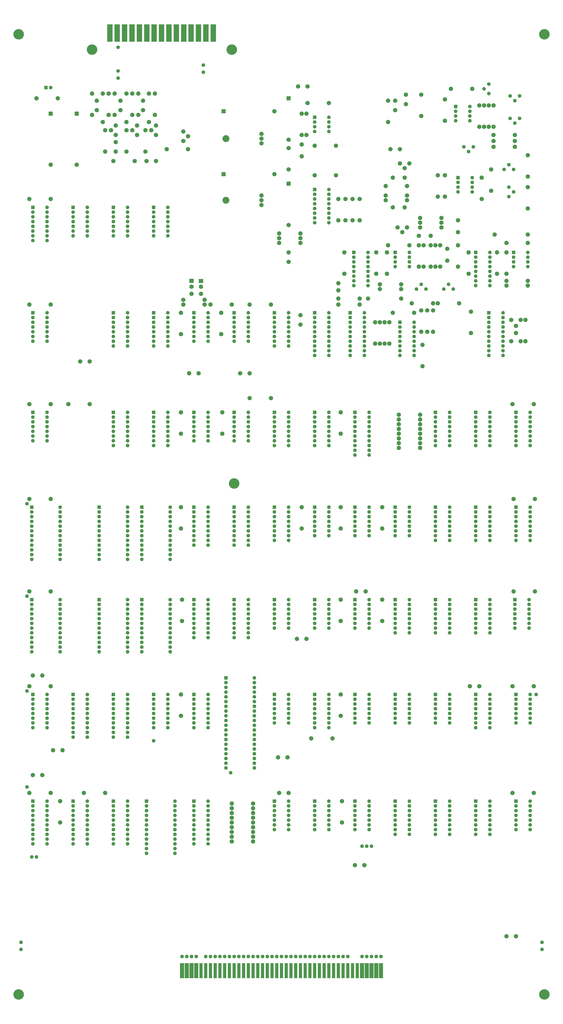
<source format=gbr>
G04 #@! TF.GenerationSoftware,KiCad,Pcbnew,(5.1.5)-3*
G04 #@! TF.CreationDate,2020-11-28T04:10:35-07:00*
G04 #@! TF.ProjectId,Star_Wars_Vector_PCB,53746172-5f57-4617-9273-5f566563746f,rev?*
G04 #@! TF.SameCoordinates,Original*
G04 #@! TF.FileFunction,Soldermask,Top*
G04 #@! TF.FilePolarity,Negative*
%FSLAX46Y46*%
G04 Gerber Fmt 4.6, Leading zero omitted, Abs format (unit mm)*
G04 Created by KiCad (PCBNEW (5.1.5)-3) date 2020-11-28 04:10:35*
%MOMM*%
%LPD*%
G04 APERTURE LIST*
%ADD10C,5.607000*%
%ADD11C,1.924000*%
%ADD12R,1.924000X1.924000*%
%ADD13C,2.305000*%
%ADD14C,0.100000*%
%ADD15R,2.940000X9.290000*%
%ADD16R,2.432000X1.162000*%
%ADD17R,2.305000X2.305000*%
%ADD18C,3.702000*%
G04 APERTURE END LIST*
D10*
X30480000Y-567055000D03*
X312420000Y-567055000D03*
X146050000Y-293370000D03*
X30480000Y-52705000D03*
X69850000Y-60960000D03*
X144780000Y-60960000D03*
X312420000Y-52705000D03*
D11*
X34925000Y-304165000D03*
X34925000Y-353695000D03*
X144145000Y-448310000D03*
X102870000Y-431165000D03*
X307975000Y-406400000D03*
X34925000Y-404495000D03*
X40005000Y-493395000D03*
X37465000Y-493395000D03*
X125730000Y-546735000D03*
X123190000Y-546735000D03*
X219710000Y-487680000D03*
X214630000Y-487680000D03*
X217170000Y-487680000D03*
X214630000Y-546735000D03*
X217170000Y-546735000D03*
X146050000Y-546735000D03*
X148590000Y-546735000D03*
X151130000Y-546735000D03*
X153670000Y-546735000D03*
X156210000Y-546735000D03*
X158750000Y-546735000D03*
X161290000Y-546735000D03*
X163830000Y-546735000D03*
X166370000Y-546735000D03*
X168910000Y-546735000D03*
X171450000Y-546735000D03*
X173990000Y-546735000D03*
X176530000Y-546735000D03*
X179070000Y-546735000D03*
X181610000Y-546735000D03*
X184150000Y-546735000D03*
X143510000Y-546735000D03*
X140970000Y-546735000D03*
X138430000Y-546735000D03*
X135890000Y-546735000D03*
X133350000Y-546735000D03*
X130810000Y-546735000D03*
X186690000Y-546735000D03*
X189230000Y-546735000D03*
X191770000Y-546735000D03*
X194310000Y-546735000D03*
X196850000Y-546735000D03*
X199390000Y-546735000D03*
X201930000Y-546735000D03*
X204470000Y-546735000D03*
X207010000Y-546735000D03*
X34925000Y-455930000D03*
X129540000Y-73025000D03*
X129540000Y-69215000D03*
X83820000Y-59690000D03*
X83820000Y-76200000D03*
X83820000Y-72390000D03*
X219710000Y-546735000D03*
X120650000Y-546735000D03*
X118110000Y-546735000D03*
X31750000Y-542925000D03*
X31750000Y-539115000D03*
X222250000Y-546735000D03*
X224790000Y-546735000D03*
X297180000Y-471170000D03*
X297180000Y-468630000D03*
D12*
X297180000Y-463550000D03*
D11*
X297180000Y-466090000D03*
X297180000Y-473710000D03*
X297180000Y-476250000D03*
X297180000Y-478790000D03*
X304800000Y-478790000D03*
X304800000Y-476250000D03*
X304800000Y-473710000D03*
X304800000Y-471170000D03*
X304800000Y-468630000D03*
X304800000Y-466090000D03*
X304800000Y-463550000D03*
X275590000Y-471170000D03*
X275590000Y-468630000D03*
X275590000Y-466090000D03*
D12*
X275590000Y-463550000D03*
D11*
X275590000Y-473710000D03*
X275590000Y-476250000D03*
X275590000Y-478790000D03*
X275590000Y-481330000D03*
X283210000Y-481330000D03*
X283210000Y-478790000D03*
X283210000Y-476250000D03*
X283210000Y-473710000D03*
X283210000Y-471170000D03*
X283210000Y-468630000D03*
X283210000Y-466090000D03*
X283210000Y-463550000D03*
X254000000Y-471170000D03*
X254000000Y-468630000D03*
X254000000Y-466090000D03*
D12*
X254000000Y-463550000D03*
D11*
X254000000Y-473710000D03*
X254000000Y-476250000D03*
X254000000Y-478790000D03*
X254000000Y-481330000D03*
X261620000Y-481330000D03*
X261620000Y-478790000D03*
X261620000Y-476250000D03*
X261620000Y-473710000D03*
X261620000Y-471170000D03*
X261620000Y-468630000D03*
X261620000Y-466090000D03*
X261620000Y-463550000D03*
X232410000Y-471170000D03*
X232410000Y-468630000D03*
X232410000Y-466090000D03*
D12*
X232410000Y-463550000D03*
D11*
X232410000Y-473710000D03*
X232410000Y-476250000D03*
X232410000Y-478790000D03*
X232410000Y-481330000D03*
X240030000Y-481330000D03*
X240030000Y-478790000D03*
X240030000Y-476250000D03*
X240030000Y-473710000D03*
X240030000Y-471170000D03*
X240030000Y-468630000D03*
X240030000Y-466090000D03*
X240030000Y-463550000D03*
X210820000Y-471170000D03*
X210820000Y-468630000D03*
D12*
X210820000Y-463550000D03*
D11*
X210820000Y-466090000D03*
X210820000Y-473710000D03*
X210820000Y-476250000D03*
X210820000Y-478790000D03*
X218440000Y-478790000D03*
X218440000Y-476250000D03*
X218440000Y-473710000D03*
X218440000Y-471170000D03*
X218440000Y-468630000D03*
X218440000Y-466090000D03*
X218440000Y-463550000D03*
X189230000Y-471170000D03*
X189230000Y-468630000D03*
D12*
X189230000Y-463550000D03*
D11*
X189230000Y-466090000D03*
X189230000Y-473710000D03*
X189230000Y-476250000D03*
X189230000Y-478790000D03*
X196850000Y-478790000D03*
X196850000Y-476250000D03*
X196850000Y-473710000D03*
X196850000Y-471170000D03*
X196850000Y-468630000D03*
X196850000Y-466090000D03*
X196850000Y-463550000D03*
D12*
X124460000Y-463550000D03*
D11*
X124460000Y-466090000D03*
X124460000Y-468630000D03*
X124460000Y-471170000D03*
X124460000Y-473710000D03*
X124460000Y-476250000D03*
X124460000Y-478790000D03*
X124460000Y-481330000D03*
X124460000Y-483870000D03*
X124460000Y-486410000D03*
X132080000Y-486410000D03*
X132080000Y-483870000D03*
X132080000Y-481330000D03*
X132080000Y-478790000D03*
X132080000Y-476250000D03*
X132080000Y-473710000D03*
X132080000Y-471170000D03*
X132080000Y-468630000D03*
X132080000Y-466090000D03*
X132080000Y-463550000D03*
D12*
X99060000Y-463550000D03*
D11*
X99060000Y-466090000D03*
X99060000Y-468630000D03*
X99060000Y-471170000D03*
X99060000Y-473710000D03*
X99060000Y-476250000D03*
X99060000Y-478790000D03*
X99060000Y-481330000D03*
X99060000Y-483870000D03*
X99060000Y-486410000D03*
X99060000Y-488950000D03*
X99060000Y-491490000D03*
X114300000Y-491490000D03*
X114300000Y-488950000D03*
X114300000Y-486410000D03*
X114300000Y-483870000D03*
X114300000Y-481330000D03*
X114300000Y-478790000D03*
X114300000Y-476250000D03*
X114300000Y-473710000D03*
X114300000Y-471170000D03*
X114300000Y-468630000D03*
X114300000Y-466090000D03*
X114300000Y-463550000D03*
D12*
X81280000Y-463550000D03*
D11*
X81280000Y-466090000D03*
X81280000Y-468630000D03*
X81280000Y-471170000D03*
X81280000Y-473710000D03*
X81280000Y-476250000D03*
X81280000Y-478790000D03*
X81280000Y-481330000D03*
X81280000Y-483870000D03*
X81280000Y-486410000D03*
X88900000Y-486410000D03*
X88900000Y-483870000D03*
X88900000Y-481330000D03*
X88900000Y-478790000D03*
X88900000Y-476250000D03*
X88900000Y-473710000D03*
X88900000Y-471170000D03*
X88900000Y-468630000D03*
X88900000Y-466090000D03*
X88900000Y-463550000D03*
D12*
X59690000Y-463550000D03*
D11*
X59690000Y-466090000D03*
X59690000Y-468630000D03*
X59690000Y-471170000D03*
X59690000Y-473710000D03*
X59690000Y-476250000D03*
X59690000Y-478790000D03*
X59690000Y-481330000D03*
X59690000Y-483870000D03*
X59690000Y-486410000D03*
X67310000Y-486410000D03*
X67310000Y-483870000D03*
X67310000Y-481330000D03*
X67310000Y-478790000D03*
X67310000Y-476250000D03*
X67310000Y-473710000D03*
X67310000Y-471170000D03*
X67310000Y-468630000D03*
X67310000Y-466090000D03*
X67310000Y-463550000D03*
D12*
X38100000Y-463550000D03*
D11*
X38100000Y-466090000D03*
X38100000Y-468630000D03*
X38100000Y-471170000D03*
X38100000Y-473710000D03*
X38100000Y-476250000D03*
X38100000Y-478790000D03*
X38100000Y-481330000D03*
X38100000Y-483870000D03*
X38100000Y-486410000D03*
X45720000Y-486410000D03*
X45720000Y-483870000D03*
X45720000Y-481330000D03*
X45720000Y-478790000D03*
X45720000Y-476250000D03*
X45720000Y-473710000D03*
X45720000Y-471170000D03*
X45720000Y-468630000D03*
X45720000Y-466090000D03*
X45720000Y-463550000D03*
X297180000Y-414020000D03*
X297180000Y-411480000D03*
D12*
X297180000Y-406400000D03*
D11*
X297180000Y-408940000D03*
X297180000Y-416560000D03*
X297180000Y-419100000D03*
X297180000Y-421640000D03*
X304800000Y-421640000D03*
X304800000Y-419100000D03*
X304800000Y-416560000D03*
X304800000Y-414020000D03*
X304800000Y-411480000D03*
X304800000Y-408940000D03*
X304800000Y-406400000D03*
X275590000Y-414020000D03*
X275590000Y-411480000D03*
X275590000Y-408940000D03*
D12*
X275590000Y-406400000D03*
D11*
X275590000Y-416560000D03*
X275590000Y-419100000D03*
X275590000Y-421640000D03*
X275590000Y-424180000D03*
X283210000Y-424180000D03*
X283210000Y-421640000D03*
X283210000Y-419100000D03*
X283210000Y-416560000D03*
X283210000Y-414020000D03*
X283210000Y-411480000D03*
X283210000Y-408940000D03*
X283210000Y-406400000D03*
X254000000Y-414020000D03*
X254000000Y-411480000D03*
D12*
X254000000Y-406400000D03*
D11*
X254000000Y-408940000D03*
X254000000Y-416560000D03*
X254000000Y-419100000D03*
X254000000Y-421640000D03*
X261620000Y-421640000D03*
X261620000Y-419100000D03*
X261620000Y-416560000D03*
X261620000Y-414020000D03*
X261620000Y-411480000D03*
X261620000Y-408940000D03*
X261620000Y-406400000D03*
X232410000Y-414020000D03*
X232410000Y-411480000D03*
D12*
X232410000Y-406400000D03*
D11*
X232410000Y-408940000D03*
X232410000Y-416560000D03*
X232410000Y-419100000D03*
X232410000Y-421640000D03*
X240030000Y-421640000D03*
X240030000Y-419100000D03*
X240030000Y-416560000D03*
X240030000Y-414020000D03*
X240030000Y-411480000D03*
X240030000Y-408940000D03*
X240030000Y-406400000D03*
X210820000Y-414020000D03*
X210820000Y-411480000D03*
D12*
X210820000Y-406400000D03*
D11*
X210820000Y-408940000D03*
X210820000Y-416560000D03*
X210820000Y-419100000D03*
X210820000Y-421640000D03*
X218440000Y-421640000D03*
X218440000Y-419100000D03*
X218440000Y-416560000D03*
X218440000Y-414020000D03*
X218440000Y-411480000D03*
X218440000Y-408940000D03*
X218440000Y-406400000D03*
X189230000Y-414020000D03*
X189230000Y-411480000D03*
X189230000Y-408940000D03*
D12*
X189230000Y-406400000D03*
D11*
X189230000Y-416560000D03*
X189230000Y-419100000D03*
X189230000Y-421640000D03*
X189230000Y-424180000D03*
X196850000Y-424180000D03*
X196850000Y-421640000D03*
X196850000Y-419100000D03*
X196850000Y-416560000D03*
X196850000Y-414020000D03*
X196850000Y-411480000D03*
X196850000Y-408940000D03*
X196850000Y-406400000D03*
X167640000Y-414020000D03*
X167640000Y-411480000D03*
D12*
X167640000Y-406400000D03*
D11*
X167640000Y-408940000D03*
X167640000Y-416560000D03*
X167640000Y-419100000D03*
X167640000Y-421640000D03*
X175260000Y-421640000D03*
X175260000Y-419100000D03*
X175260000Y-416560000D03*
X175260000Y-414020000D03*
X175260000Y-411480000D03*
X175260000Y-408940000D03*
X175260000Y-406400000D03*
X156845000Y-427990000D03*
X156845000Y-430530000D03*
X156845000Y-433070000D03*
X156845000Y-435610000D03*
X156845000Y-438150000D03*
X156845000Y-440690000D03*
X156845000Y-443230000D03*
X156845000Y-445770000D03*
X141605000Y-445770000D03*
X141605000Y-443230000D03*
X141605000Y-440690000D03*
X141605000Y-438150000D03*
X141605000Y-435610000D03*
X141605000Y-433070000D03*
X141605000Y-430530000D03*
X141605000Y-427990000D03*
D12*
X141605000Y-397510000D03*
D11*
X141605000Y-400050000D03*
X141605000Y-402590000D03*
X141605000Y-405130000D03*
X141605000Y-407670000D03*
X141605000Y-410210000D03*
X141605000Y-412750000D03*
X141605000Y-415290000D03*
X141605000Y-417830000D03*
X141605000Y-420370000D03*
X141605000Y-422910000D03*
X141605000Y-425450000D03*
X156845000Y-425450000D03*
X156845000Y-422910000D03*
X156845000Y-420370000D03*
X156845000Y-417830000D03*
X156845000Y-415290000D03*
X156845000Y-412750000D03*
X156845000Y-410210000D03*
X156845000Y-407670000D03*
X156845000Y-405130000D03*
X156845000Y-402590000D03*
X156845000Y-400050000D03*
X156845000Y-397510000D03*
X124460000Y-414020000D03*
X124460000Y-411480000D03*
X124460000Y-408940000D03*
D12*
X124460000Y-406400000D03*
D11*
X124460000Y-416560000D03*
X124460000Y-419100000D03*
X124460000Y-421640000D03*
X124460000Y-424180000D03*
X132080000Y-424180000D03*
X132080000Y-421640000D03*
X132080000Y-419100000D03*
X132080000Y-416560000D03*
X132080000Y-414020000D03*
X132080000Y-411480000D03*
X132080000Y-408940000D03*
X132080000Y-406400000D03*
X102870000Y-414020000D03*
X102870000Y-411480000D03*
X102870000Y-408940000D03*
D12*
X102870000Y-406400000D03*
D11*
X102870000Y-416560000D03*
X102870000Y-419100000D03*
X102870000Y-421640000D03*
X102870000Y-424180000D03*
X110490000Y-424180000D03*
X110490000Y-421640000D03*
X110490000Y-419100000D03*
X110490000Y-416560000D03*
X110490000Y-414020000D03*
X110490000Y-411480000D03*
X110490000Y-408940000D03*
X110490000Y-406400000D03*
D12*
X81280000Y-406400000D03*
D11*
X81280000Y-408940000D03*
X81280000Y-411480000D03*
X81280000Y-414020000D03*
X81280000Y-416560000D03*
X81280000Y-419100000D03*
X81280000Y-421640000D03*
X81280000Y-424180000D03*
X81280000Y-426720000D03*
X81280000Y-429260000D03*
X88900000Y-429260000D03*
X88900000Y-426720000D03*
X88900000Y-424180000D03*
X88900000Y-421640000D03*
X88900000Y-419100000D03*
X88900000Y-416560000D03*
X88900000Y-414020000D03*
X88900000Y-411480000D03*
X88900000Y-408940000D03*
X88900000Y-406400000D03*
D12*
X59690000Y-406400000D03*
D11*
X59690000Y-408940000D03*
X59690000Y-411480000D03*
X59690000Y-414020000D03*
X59690000Y-416560000D03*
X59690000Y-419100000D03*
X59690000Y-421640000D03*
X59690000Y-424180000D03*
X59690000Y-426720000D03*
X59690000Y-429260000D03*
X67310000Y-429260000D03*
X67310000Y-426720000D03*
X67310000Y-424180000D03*
X67310000Y-421640000D03*
X67310000Y-419100000D03*
X67310000Y-416560000D03*
X67310000Y-414020000D03*
X67310000Y-411480000D03*
X67310000Y-408940000D03*
X67310000Y-406400000D03*
X38100000Y-414020000D03*
X38100000Y-411480000D03*
X38100000Y-408940000D03*
D12*
X38100000Y-406400000D03*
D11*
X38100000Y-416560000D03*
X38100000Y-419100000D03*
X38100000Y-421640000D03*
X38100000Y-424180000D03*
X45720000Y-424180000D03*
X45720000Y-421640000D03*
X45720000Y-419100000D03*
X45720000Y-416560000D03*
X45720000Y-414020000D03*
X45720000Y-411480000D03*
X45720000Y-408940000D03*
X45720000Y-406400000D03*
X296545000Y-363220000D03*
X296545000Y-360680000D03*
D12*
X296545000Y-355600000D03*
D11*
X296545000Y-358140000D03*
X296545000Y-365760000D03*
X296545000Y-368300000D03*
X296545000Y-370840000D03*
X304165000Y-370840000D03*
X304165000Y-368300000D03*
X304165000Y-365760000D03*
X304165000Y-363220000D03*
X304165000Y-360680000D03*
X304165000Y-358140000D03*
X304165000Y-355600000D03*
X275590000Y-363220000D03*
X275590000Y-360680000D03*
X275590000Y-358140000D03*
D12*
X275590000Y-355600000D03*
D11*
X275590000Y-365760000D03*
X275590000Y-368300000D03*
X275590000Y-370840000D03*
X275590000Y-373380000D03*
X283210000Y-373380000D03*
X283210000Y-370840000D03*
X283210000Y-368300000D03*
X283210000Y-365760000D03*
X283210000Y-363220000D03*
X283210000Y-360680000D03*
X283210000Y-358140000D03*
X283210000Y-355600000D03*
X254000000Y-363220000D03*
X254000000Y-360680000D03*
X254000000Y-358140000D03*
D12*
X254000000Y-355600000D03*
D11*
X254000000Y-365760000D03*
X254000000Y-368300000D03*
X254000000Y-370840000D03*
X254000000Y-373380000D03*
X261620000Y-373380000D03*
X261620000Y-370840000D03*
X261620000Y-368300000D03*
X261620000Y-365760000D03*
X261620000Y-363220000D03*
X261620000Y-360680000D03*
X261620000Y-358140000D03*
X261620000Y-355600000D03*
X232410000Y-363220000D03*
X232410000Y-360680000D03*
X232410000Y-358140000D03*
D12*
X232410000Y-355600000D03*
D11*
X232410000Y-365760000D03*
X232410000Y-368300000D03*
X232410000Y-370840000D03*
X232410000Y-373380000D03*
X240030000Y-373380000D03*
X240030000Y-370840000D03*
X240030000Y-368300000D03*
X240030000Y-365760000D03*
X240030000Y-363220000D03*
X240030000Y-360680000D03*
X240030000Y-358140000D03*
X240030000Y-355600000D03*
X210820000Y-363220000D03*
X210820000Y-360680000D03*
D12*
X210820000Y-355600000D03*
D11*
X210820000Y-358140000D03*
X210820000Y-365760000D03*
X210820000Y-368300000D03*
X210820000Y-370840000D03*
X218440000Y-370840000D03*
X218440000Y-368300000D03*
X218440000Y-365760000D03*
X218440000Y-363220000D03*
X218440000Y-360680000D03*
X218440000Y-358140000D03*
X218440000Y-355600000D03*
X189230000Y-363220000D03*
X189230000Y-360680000D03*
D12*
X189230000Y-355600000D03*
D11*
X189230000Y-358140000D03*
X189230000Y-365760000D03*
X189230000Y-368300000D03*
X189230000Y-370840000D03*
X196850000Y-370840000D03*
X196850000Y-368300000D03*
X196850000Y-365760000D03*
X196850000Y-363220000D03*
X196850000Y-360680000D03*
X196850000Y-358140000D03*
X196850000Y-355600000D03*
X167640000Y-363220000D03*
X167640000Y-360680000D03*
D12*
X167640000Y-355600000D03*
D11*
X167640000Y-358140000D03*
X167640000Y-365760000D03*
X167640000Y-368300000D03*
X167640000Y-370840000D03*
X175260000Y-370840000D03*
X175260000Y-368300000D03*
X175260000Y-365760000D03*
X175260000Y-363220000D03*
X175260000Y-360680000D03*
X175260000Y-358140000D03*
X175260000Y-355600000D03*
X146050000Y-365760000D03*
X146050000Y-363220000D03*
X146050000Y-360680000D03*
X146050000Y-358140000D03*
D12*
X146050000Y-355600000D03*
D11*
X146050000Y-368300000D03*
X146050000Y-370840000D03*
X146050000Y-373380000D03*
X146050000Y-375920000D03*
X153670000Y-375920000D03*
X153670000Y-373380000D03*
X153670000Y-370840000D03*
X153670000Y-368300000D03*
X153670000Y-365760000D03*
X153670000Y-363220000D03*
X153670000Y-360680000D03*
X153670000Y-358140000D03*
X153670000Y-355600000D03*
X124460000Y-365760000D03*
X124460000Y-363220000D03*
X124460000Y-360680000D03*
X124460000Y-358140000D03*
D12*
X124460000Y-355600000D03*
D11*
X124460000Y-368300000D03*
X124460000Y-370840000D03*
X124460000Y-373380000D03*
X124460000Y-375920000D03*
X132080000Y-375920000D03*
X132080000Y-373380000D03*
X132080000Y-370840000D03*
X132080000Y-368300000D03*
X132080000Y-365760000D03*
X132080000Y-363220000D03*
X132080000Y-360680000D03*
X132080000Y-358140000D03*
X132080000Y-355600000D03*
D12*
X96520000Y-355600000D03*
D11*
X96520000Y-358140000D03*
X96520000Y-360680000D03*
X96520000Y-363220000D03*
X96520000Y-365760000D03*
X96520000Y-368300000D03*
X96520000Y-370840000D03*
X96520000Y-373380000D03*
X96520000Y-375920000D03*
X96520000Y-378460000D03*
X96520000Y-381000000D03*
X96520000Y-383540000D03*
X111760000Y-383540000D03*
X111760000Y-381000000D03*
X111760000Y-378460000D03*
X111760000Y-375920000D03*
X111760000Y-373380000D03*
X111760000Y-370840000D03*
X111760000Y-368300000D03*
X111760000Y-365760000D03*
X111760000Y-363220000D03*
X111760000Y-360680000D03*
X111760000Y-358140000D03*
X111760000Y-355600000D03*
D12*
X73660000Y-355600000D03*
D11*
X73660000Y-358140000D03*
X73660000Y-360680000D03*
X73660000Y-363220000D03*
X73660000Y-365760000D03*
X73660000Y-368300000D03*
X73660000Y-370840000D03*
X73660000Y-373380000D03*
X73660000Y-375920000D03*
X73660000Y-378460000D03*
X73660000Y-381000000D03*
X73660000Y-383540000D03*
X88900000Y-383540000D03*
X88900000Y-381000000D03*
X88900000Y-378460000D03*
X88900000Y-375920000D03*
X88900000Y-373380000D03*
X88900000Y-370840000D03*
X88900000Y-368300000D03*
X88900000Y-365760000D03*
X88900000Y-363220000D03*
X88900000Y-360680000D03*
X88900000Y-358140000D03*
X88900000Y-355600000D03*
D12*
X37465000Y-355600000D03*
D11*
X37465000Y-358140000D03*
X37465000Y-360680000D03*
X37465000Y-363220000D03*
X37465000Y-365760000D03*
X37465000Y-368300000D03*
X37465000Y-370840000D03*
X37465000Y-373380000D03*
X37465000Y-375920000D03*
X37465000Y-378460000D03*
X37465000Y-381000000D03*
X37465000Y-383540000D03*
X52705000Y-383540000D03*
X52705000Y-381000000D03*
X52705000Y-378460000D03*
X52705000Y-375920000D03*
X52705000Y-373380000D03*
X52705000Y-370840000D03*
X52705000Y-368300000D03*
X52705000Y-365760000D03*
X52705000Y-363220000D03*
X52705000Y-360680000D03*
X52705000Y-358140000D03*
X52705000Y-355600000D03*
X297180000Y-313690000D03*
X297180000Y-311150000D03*
X297180000Y-308610000D03*
D12*
X297180000Y-306070000D03*
D11*
X297180000Y-316230000D03*
X297180000Y-318770000D03*
X297180000Y-321310000D03*
X297180000Y-323850000D03*
X304800000Y-323850000D03*
X304800000Y-321310000D03*
X304800000Y-318770000D03*
X304800000Y-316230000D03*
X304800000Y-313690000D03*
X304800000Y-311150000D03*
X304800000Y-308610000D03*
X304800000Y-306070000D03*
X275590000Y-313690000D03*
X275590000Y-311150000D03*
X275590000Y-308610000D03*
D12*
X275590000Y-306070000D03*
D11*
X275590000Y-316230000D03*
X275590000Y-318770000D03*
X275590000Y-321310000D03*
X275590000Y-323850000D03*
X283210000Y-323850000D03*
X283210000Y-321310000D03*
X283210000Y-318770000D03*
X283210000Y-316230000D03*
X283210000Y-313690000D03*
X283210000Y-311150000D03*
X283210000Y-308610000D03*
X283210000Y-306070000D03*
X254000000Y-313690000D03*
X254000000Y-311150000D03*
X254000000Y-308610000D03*
D12*
X254000000Y-306070000D03*
D11*
X254000000Y-316230000D03*
X254000000Y-318770000D03*
X254000000Y-321310000D03*
X254000000Y-323850000D03*
X261620000Y-323850000D03*
X261620000Y-321310000D03*
X261620000Y-318770000D03*
X261620000Y-316230000D03*
X261620000Y-313690000D03*
X261620000Y-311150000D03*
X261620000Y-308610000D03*
X261620000Y-306070000D03*
X232410000Y-313690000D03*
X232410000Y-311150000D03*
D12*
X232410000Y-306070000D03*
D11*
X232410000Y-308610000D03*
X232410000Y-316230000D03*
X232410000Y-318770000D03*
X232410000Y-321310000D03*
X240030000Y-321310000D03*
X240030000Y-318770000D03*
X240030000Y-316230000D03*
X240030000Y-313690000D03*
X240030000Y-311150000D03*
X240030000Y-308610000D03*
X240030000Y-306070000D03*
X210820000Y-313690000D03*
X210820000Y-311150000D03*
D12*
X210820000Y-306070000D03*
D11*
X210820000Y-308610000D03*
X210820000Y-316230000D03*
X210820000Y-318770000D03*
X210820000Y-321310000D03*
X218440000Y-321310000D03*
X218440000Y-318770000D03*
X218440000Y-316230000D03*
X218440000Y-313690000D03*
X218440000Y-311150000D03*
X218440000Y-308610000D03*
X218440000Y-306070000D03*
X189230000Y-313690000D03*
X189230000Y-311150000D03*
D12*
X189230000Y-306070000D03*
D11*
X189230000Y-308610000D03*
X189230000Y-316230000D03*
X189230000Y-318770000D03*
X189230000Y-321310000D03*
X196850000Y-321310000D03*
X196850000Y-318770000D03*
X196850000Y-316230000D03*
X196850000Y-313690000D03*
X196850000Y-311150000D03*
X196850000Y-308610000D03*
X196850000Y-306070000D03*
X167640000Y-313690000D03*
X167640000Y-311150000D03*
X167640000Y-308610000D03*
D12*
X167640000Y-306070000D03*
D11*
X167640000Y-316230000D03*
X167640000Y-318770000D03*
X167640000Y-321310000D03*
X167640000Y-323850000D03*
X175260000Y-323850000D03*
X175260000Y-321310000D03*
X175260000Y-318770000D03*
X175260000Y-316230000D03*
X175260000Y-313690000D03*
X175260000Y-311150000D03*
X175260000Y-308610000D03*
X175260000Y-306070000D03*
X146050000Y-316230000D03*
X146050000Y-313690000D03*
X146050000Y-311150000D03*
X146050000Y-308610000D03*
D12*
X146050000Y-306070000D03*
D11*
X146050000Y-318770000D03*
X146050000Y-321310000D03*
X146050000Y-323850000D03*
X146050000Y-326390000D03*
X153670000Y-326390000D03*
X153670000Y-323850000D03*
X153670000Y-321310000D03*
X153670000Y-318770000D03*
X153670000Y-316230000D03*
X153670000Y-313690000D03*
X153670000Y-311150000D03*
X153670000Y-308610000D03*
X153670000Y-306070000D03*
X124460000Y-316230000D03*
X124460000Y-313690000D03*
X124460000Y-311150000D03*
X124460000Y-308610000D03*
D12*
X124460000Y-306070000D03*
D11*
X124460000Y-318770000D03*
X124460000Y-321310000D03*
X124460000Y-323850000D03*
X124460000Y-326390000D03*
X132080000Y-326390000D03*
X132080000Y-323850000D03*
X132080000Y-321310000D03*
X132080000Y-318770000D03*
X132080000Y-316230000D03*
X132080000Y-313690000D03*
X132080000Y-311150000D03*
X132080000Y-308610000D03*
X132080000Y-306070000D03*
D12*
X96520000Y-306070000D03*
D11*
X96520000Y-308610000D03*
X96520000Y-311150000D03*
X96520000Y-313690000D03*
X96520000Y-316230000D03*
X96520000Y-318770000D03*
X96520000Y-321310000D03*
X96520000Y-323850000D03*
X96520000Y-326390000D03*
X96520000Y-328930000D03*
X96520000Y-331470000D03*
X96520000Y-334010000D03*
X111760000Y-334010000D03*
X111760000Y-331470000D03*
X111760000Y-328930000D03*
X111760000Y-326390000D03*
X111760000Y-323850000D03*
X111760000Y-321310000D03*
X111760000Y-318770000D03*
X111760000Y-316230000D03*
X111760000Y-313690000D03*
X111760000Y-311150000D03*
X111760000Y-308610000D03*
X111760000Y-306070000D03*
D12*
X73660000Y-306070000D03*
D11*
X73660000Y-308610000D03*
X73660000Y-311150000D03*
X73660000Y-313690000D03*
X73660000Y-316230000D03*
X73660000Y-318770000D03*
X73660000Y-321310000D03*
X73660000Y-323850000D03*
X73660000Y-326390000D03*
X73660000Y-328930000D03*
X73660000Y-331470000D03*
X73660000Y-334010000D03*
X88900000Y-334010000D03*
X88900000Y-331470000D03*
X88900000Y-328930000D03*
X88900000Y-326390000D03*
X88900000Y-323850000D03*
X88900000Y-321310000D03*
X88900000Y-318770000D03*
X88900000Y-316230000D03*
X88900000Y-313690000D03*
X88900000Y-311150000D03*
X88900000Y-308610000D03*
X88900000Y-306070000D03*
D12*
X37465000Y-306070000D03*
D11*
X37465000Y-308610000D03*
X37465000Y-311150000D03*
X37465000Y-313690000D03*
X37465000Y-316230000D03*
X37465000Y-318770000D03*
X37465000Y-321310000D03*
X37465000Y-323850000D03*
X37465000Y-326390000D03*
X37465000Y-328930000D03*
X37465000Y-331470000D03*
X37465000Y-334010000D03*
X52705000Y-334010000D03*
X52705000Y-331470000D03*
X52705000Y-328930000D03*
X52705000Y-326390000D03*
X52705000Y-323850000D03*
X52705000Y-321310000D03*
X52705000Y-318770000D03*
X52705000Y-316230000D03*
X52705000Y-313690000D03*
X52705000Y-311150000D03*
X52705000Y-308610000D03*
X52705000Y-306070000D03*
X297180000Y-262890000D03*
X297180000Y-260350000D03*
X297180000Y-257810000D03*
D12*
X297180000Y-255270000D03*
D11*
X297180000Y-265430000D03*
X297180000Y-267970000D03*
X297180000Y-270510000D03*
X297180000Y-273050000D03*
X304800000Y-273050000D03*
X304800000Y-270510000D03*
X304800000Y-267970000D03*
X304800000Y-265430000D03*
X304800000Y-262890000D03*
X304800000Y-260350000D03*
X304800000Y-257810000D03*
X304800000Y-255270000D03*
X275590000Y-262890000D03*
X275590000Y-260350000D03*
X275590000Y-257810000D03*
D12*
X275590000Y-255270000D03*
D11*
X275590000Y-265430000D03*
X275590000Y-267970000D03*
X275590000Y-270510000D03*
X275590000Y-273050000D03*
X283210000Y-273050000D03*
X283210000Y-270510000D03*
X283210000Y-267970000D03*
X283210000Y-265430000D03*
X283210000Y-262890000D03*
X283210000Y-260350000D03*
X283210000Y-257810000D03*
X283210000Y-255270000D03*
X254000000Y-262890000D03*
X254000000Y-260350000D03*
X254000000Y-257810000D03*
D12*
X254000000Y-255270000D03*
D11*
X254000000Y-265430000D03*
X254000000Y-267970000D03*
X254000000Y-270510000D03*
X254000000Y-273050000D03*
X261620000Y-273050000D03*
X261620000Y-270510000D03*
X261620000Y-267970000D03*
X261620000Y-265430000D03*
X261620000Y-262890000D03*
X261620000Y-260350000D03*
X261620000Y-257810000D03*
X261620000Y-255270000D03*
D12*
X210820000Y-255270000D03*
D11*
X210820000Y-257810000D03*
X210820000Y-260350000D03*
X210820000Y-262890000D03*
X210820000Y-265430000D03*
X210820000Y-267970000D03*
X210820000Y-270510000D03*
X210820000Y-273050000D03*
X210820000Y-275590000D03*
X210820000Y-278130000D03*
X218440000Y-278130000D03*
X218440000Y-275590000D03*
X218440000Y-273050000D03*
X218440000Y-270510000D03*
X218440000Y-267970000D03*
X218440000Y-265430000D03*
X218440000Y-262890000D03*
X218440000Y-260350000D03*
X218440000Y-257810000D03*
X218440000Y-255270000D03*
X189230000Y-262890000D03*
X189230000Y-260350000D03*
X189230000Y-257810000D03*
D12*
X189230000Y-255270000D03*
D11*
X189230000Y-265430000D03*
X189230000Y-267970000D03*
X189230000Y-270510000D03*
X189230000Y-273050000D03*
X196850000Y-273050000D03*
X196850000Y-270510000D03*
X196850000Y-267970000D03*
X196850000Y-265430000D03*
X196850000Y-262890000D03*
X196850000Y-260350000D03*
X196850000Y-257810000D03*
X196850000Y-255270000D03*
X167640000Y-262890000D03*
X167640000Y-260350000D03*
X167640000Y-257810000D03*
D12*
X167640000Y-255270000D03*
D11*
X167640000Y-265430000D03*
X167640000Y-267970000D03*
X167640000Y-270510000D03*
X167640000Y-273050000D03*
X175260000Y-273050000D03*
X175260000Y-270510000D03*
X175260000Y-267970000D03*
X175260000Y-265430000D03*
X175260000Y-262890000D03*
X175260000Y-260350000D03*
X175260000Y-257810000D03*
X175260000Y-255270000D03*
X146050000Y-262890000D03*
X146050000Y-260350000D03*
D12*
X146050000Y-255270000D03*
D11*
X146050000Y-257810000D03*
X146050000Y-265430000D03*
X146050000Y-267970000D03*
X146050000Y-270510000D03*
X153670000Y-270510000D03*
X153670000Y-267970000D03*
X153670000Y-265430000D03*
X153670000Y-262890000D03*
X153670000Y-260350000D03*
X153670000Y-257810000D03*
X153670000Y-255270000D03*
X124460000Y-262890000D03*
X124460000Y-260350000D03*
D12*
X124460000Y-255270000D03*
D11*
X124460000Y-257810000D03*
X124460000Y-265430000D03*
X124460000Y-267970000D03*
X124460000Y-270510000D03*
X132080000Y-270510000D03*
X132080000Y-267970000D03*
X132080000Y-265430000D03*
X132080000Y-262890000D03*
X132080000Y-260350000D03*
X132080000Y-257810000D03*
X132080000Y-255270000D03*
X102870000Y-262890000D03*
X102870000Y-260350000D03*
X102870000Y-257810000D03*
D12*
X102870000Y-255270000D03*
D11*
X102870000Y-265430000D03*
X102870000Y-267970000D03*
X102870000Y-270510000D03*
X102870000Y-273050000D03*
X110490000Y-273050000D03*
X110490000Y-270510000D03*
X110490000Y-267970000D03*
X110490000Y-265430000D03*
X110490000Y-262890000D03*
X110490000Y-260350000D03*
X110490000Y-257810000D03*
X110490000Y-255270000D03*
X81280000Y-262890000D03*
X81280000Y-260350000D03*
X81280000Y-257810000D03*
D12*
X81280000Y-255270000D03*
D11*
X81280000Y-265430000D03*
X81280000Y-267970000D03*
X81280000Y-270510000D03*
X81280000Y-273050000D03*
X88900000Y-273050000D03*
X88900000Y-270510000D03*
X88900000Y-267970000D03*
X88900000Y-265430000D03*
X88900000Y-262890000D03*
X88900000Y-260350000D03*
X88900000Y-257810000D03*
X88900000Y-255270000D03*
X38100000Y-262890000D03*
X38100000Y-260350000D03*
D12*
X38100000Y-255270000D03*
D11*
X38100000Y-257810000D03*
X38100000Y-265430000D03*
X38100000Y-267970000D03*
X38100000Y-270510000D03*
X45720000Y-270510000D03*
X45720000Y-267970000D03*
X45720000Y-265430000D03*
X45720000Y-262890000D03*
X45720000Y-260350000D03*
X45720000Y-257810000D03*
X45720000Y-255270000D03*
D12*
X282575000Y-201930000D03*
D11*
X282575000Y-204470000D03*
X282575000Y-207010000D03*
X282575000Y-209550000D03*
X282575000Y-212090000D03*
X282575000Y-214630000D03*
X282575000Y-217170000D03*
X282575000Y-219710000D03*
X282575000Y-222250000D03*
X282575000Y-224790000D03*
X290195000Y-224790000D03*
X290195000Y-222250000D03*
X290195000Y-219710000D03*
X290195000Y-217170000D03*
X290195000Y-214630000D03*
X290195000Y-212090000D03*
X290195000Y-209550000D03*
X290195000Y-207010000D03*
X290195000Y-204470000D03*
X290195000Y-201930000D03*
X242570000Y-207010000D03*
X242570000Y-209550000D03*
X242570000Y-212090000D03*
X242570000Y-214630000D03*
X242570000Y-217170000D03*
X242570000Y-219710000D03*
X242570000Y-222250000D03*
X242570000Y-224790000D03*
X234950000Y-224790000D03*
X234950000Y-222250000D03*
X234950000Y-219710000D03*
X234950000Y-217170000D03*
D12*
X234950000Y-207010000D03*
D11*
X234950000Y-209550000D03*
X234950000Y-212090000D03*
X234950000Y-214630000D03*
D12*
X208280000Y-201930000D03*
D11*
X208280000Y-204470000D03*
X208280000Y-207010000D03*
X208280000Y-209550000D03*
X208280000Y-212090000D03*
X208280000Y-214630000D03*
X208280000Y-217170000D03*
X208280000Y-219710000D03*
X208280000Y-222250000D03*
X208280000Y-224790000D03*
X215900000Y-224790000D03*
X215900000Y-222250000D03*
X215900000Y-219710000D03*
X215900000Y-217170000D03*
X215900000Y-214630000D03*
X215900000Y-212090000D03*
X215900000Y-209550000D03*
X215900000Y-207010000D03*
X215900000Y-204470000D03*
X215900000Y-201930000D03*
D12*
X189230000Y-201930000D03*
D11*
X189230000Y-204470000D03*
X189230000Y-207010000D03*
X189230000Y-209550000D03*
X189230000Y-212090000D03*
X189230000Y-214630000D03*
X189230000Y-217170000D03*
X189230000Y-219710000D03*
X189230000Y-222250000D03*
X189230000Y-224790000D03*
X196850000Y-224790000D03*
X196850000Y-222250000D03*
X196850000Y-219710000D03*
X196850000Y-217170000D03*
X196850000Y-214630000D03*
X196850000Y-212090000D03*
X196850000Y-209550000D03*
X196850000Y-207010000D03*
X196850000Y-204470000D03*
X196850000Y-201930000D03*
X167640000Y-209550000D03*
X167640000Y-207010000D03*
X167640000Y-204470000D03*
D12*
X167640000Y-201930000D03*
D11*
X167640000Y-212090000D03*
X167640000Y-214630000D03*
X167640000Y-217170000D03*
X167640000Y-219710000D03*
X175260000Y-219710000D03*
X175260000Y-217170000D03*
X175260000Y-214630000D03*
X175260000Y-212090000D03*
X175260000Y-209550000D03*
X175260000Y-207010000D03*
X175260000Y-204470000D03*
X175260000Y-201930000D03*
X146050000Y-209550000D03*
X146050000Y-207010000D03*
D12*
X146050000Y-201930000D03*
D11*
X146050000Y-204470000D03*
X146050000Y-212090000D03*
X146050000Y-214630000D03*
X146050000Y-217170000D03*
X153670000Y-217170000D03*
X153670000Y-214630000D03*
X153670000Y-212090000D03*
X153670000Y-209550000D03*
X153670000Y-207010000D03*
X153670000Y-204470000D03*
X153670000Y-201930000D03*
X124460000Y-209550000D03*
X124460000Y-207010000D03*
D12*
X124460000Y-201930000D03*
D11*
X124460000Y-204470000D03*
X124460000Y-212090000D03*
X124460000Y-214630000D03*
X124460000Y-217170000D03*
X132080000Y-217170000D03*
X132080000Y-214630000D03*
X132080000Y-212090000D03*
X132080000Y-209550000D03*
X132080000Y-207010000D03*
X132080000Y-204470000D03*
X132080000Y-201930000D03*
X102870000Y-209550000D03*
X102870000Y-207010000D03*
X102870000Y-204470000D03*
D12*
X102870000Y-201930000D03*
D11*
X102870000Y-212090000D03*
X102870000Y-214630000D03*
X102870000Y-217170000D03*
X102870000Y-219710000D03*
X110490000Y-219710000D03*
X110490000Y-217170000D03*
X110490000Y-214630000D03*
X110490000Y-212090000D03*
X110490000Y-209550000D03*
X110490000Y-207010000D03*
X110490000Y-204470000D03*
X110490000Y-201930000D03*
X81280000Y-209550000D03*
X81280000Y-207010000D03*
X81280000Y-204470000D03*
D12*
X81280000Y-201930000D03*
D11*
X81280000Y-212090000D03*
X81280000Y-214630000D03*
X81280000Y-217170000D03*
X81280000Y-219710000D03*
X88900000Y-219710000D03*
X88900000Y-217170000D03*
X88900000Y-214630000D03*
X88900000Y-212090000D03*
X88900000Y-209550000D03*
X88900000Y-207010000D03*
X88900000Y-204470000D03*
X88900000Y-201930000D03*
X38100000Y-209550000D03*
X38100000Y-207010000D03*
D12*
X38100000Y-201930000D03*
D11*
X38100000Y-204470000D03*
X38100000Y-212090000D03*
X38100000Y-214630000D03*
X38100000Y-217170000D03*
X45720000Y-217170000D03*
X45720000Y-214630000D03*
X45720000Y-212090000D03*
X45720000Y-209550000D03*
X45720000Y-207010000D03*
X45720000Y-204470000D03*
X45720000Y-201930000D03*
X295910000Y-172085000D03*
D12*
X295910000Y-169545000D03*
D11*
X295910000Y-174625000D03*
X295910000Y-177165000D03*
X303530000Y-177165000D03*
X303530000Y-174625000D03*
X303530000Y-172085000D03*
X303530000Y-169545000D03*
X275590000Y-177165000D03*
X275590000Y-174625000D03*
X275590000Y-172085000D03*
D12*
X275590000Y-169545000D03*
D11*
X275590000Y-179705000D03*
X275590000Y-182245000D03*
X275590000Y-184785000D03*
X275590000Y-187325000D03*
X283210000Y-187325000D03*
X283210000Y-184785000D03*
X283210000Y-182245000D03*
X283210000Y-179705000D03*
X283210000Y-177165000D03*
X283210000Y-174625000D03*
X283210000Y-172085000D03*
X283210000Y-169545000D03*
X232410000Y-172085000D03*
D12*
X232410000Y-169545000D03*
D11*
X232410000Y-174625000D03*
X232410000Y-177165000D03*
X240030000Y-177165000D03*
X240030000Y-174625000D03*
X240030000Y-172085000D03*
X240030000Y-169545000D03*
X210185000Y-177165000D03*
X210185000Y-174625000D03*
X210185000Y-172085000D03*
D12*
X210185000Y-169545000D03*
D11*
X210185000Y-179705000D03*
X210185000Y-182245000D03*
X210185000Y-184785000D03*
X210185000Y-187325000D03*
X217805000Y-187325000D03*
X217805000Y-184785000D03*
X217805000Y-182245000D03*
X217805000Y-179705000D03*
X217805000Y-177165000D03*
X217805000Y-174625000D03*
X217805000Y-172085000D03*
X217805000Y-169545000D03*
X266065000Y-132080000D03*
D12*
X266065000Y-129540000D03*
D11*
X266065000Y-134620000D03*
X266065000Y-137160000D03*
X273685000Y-137160000D03*
X273685000Y-134620000D03*
X273685000Y-132080000D03*
X273685000Y-129540000D03*
X264795000Y-93980000D03*
D12*
X264795000Y-91440000D03*
D11*
X264795000Y-96520000D03*
X264795000Y-99060000D03*
X272415000Y-99060000D03*
X272415000Y-96520000D03*
X272415000Y-93980000D03*
X272415000Y-91440000D03*
X189230000Y-143510000D03*
X189230000Y-140970000D03*
X189230000Y-138430000D03*
D12*
X189230000Y-135890000D03*
D11*
X189230000Y-146050000D03*
X189230000Y-148590000D03*
X189230000Y-151130000D03*
X189230000Y-153670000D03*
X196850000Y-153670000D03*
X196850000Y-151130000D03*
X196850000Y-148590000D03*
X196850000Y-146050000D03*
X196850000Y-143510000D03*
X196850000Y-140970000D03*
X196850000Y-138430000D03*
X196850000Y-135890000D03*
X189230000Y-99695000D03*
D12*
X189230000Y-97155000D03*
D11*
X189230000Y-102235000D03*
X189230000Y-104775000D03*
X196850000Y-104775000D03*
X196850000Y-102235000D03*
X196850000Y-99695000D03*
X196850000Y-97155000D03*
X102870000Y-153035000D03*
X102870000Y-150495000D03*
D12*
X102870000Y-145415000D03*
D11*
X102870000Y-147955000D03*
X102870000Y-155575000D03*
X102870000Y-158115000D03*
X102870000Y-160655000D03*
X110490000Y-160655000D03*
X110490000Y-158115000D03*
X110490000Y-155575000D03*
X110490000Y-153035000D03*
X110490000Y-150495000D03*
X110490000Y-147955000D03*
X110490000Y-145415000D03*
X81280000Y-153035000D03*
X81280000Y-150495000D03*
D12*
X81280000Y-145415000D03*
D11*
X81280000Y-147955000D03*
X81280000Y-155575000D03*
X81280000Y-158115000D03*
X81280000Y-160655000D03*
X88900000Y-160655000D03*
X88900000Y-158115000D03*
X88900000Y-155575000D03*
X88900000Y-153035000D03*
X88900000Y-150495000D03*
X88900000Y-147955000D03*
X88900000Y-145415000D03*
X59690000Y-153035000D03*
X59690000Y-150495000D03*
D12*
X59690000Y-145415000D03*
D11*
X59690000Y-147955000D03*
X59690000Y-155575000D03*
X59690000Y-158115000D03*
X59690000Y-160655000D03*
X67310000Y-160655000D03*
X67310000Y-158115000D03*
X67310000Y-155575000D03*
X67310000Y-153035000D03*
X67310000Y-150495000D03*
X67310000Y-147955000D03*
X67310000Y-145415000D03*
X38100000Y-153035000D03*
X38100000Y-150495000D03*
X38100000Y-147955000D03*
D12*
X38100000Y-145415000D03*
D11*
X38100000Y-155575000D03*
X38100000Y-158115000D03*
X38100000Y-160655000D03*
X38100000Y-163195000D03*
X45720000Y-163195000D03*
X45720000Y-160655000D03*
X45720000Y-158115000D03*
X45720000Y-155575000D03*
X45720000Y-153035000D03*
X45720000Y-150495000D03*
X45720000Y-147955000D03*
X45720000Y-145415000D03*
X311150000Y-539115000D03*
X311150000Y-542925000D03*
D13*
X297180000Y-535940000D03*
X292100000Y-535940000D03*
X215900000Y-497840000D03*
X210820000Y-497840000D03*
X170180000Y-459105000D03*
X175260000Y-459105000D03*
X43180000Y-449580000D03*
X38100000Y-449580000D03*
X53975000Y-436245000D03*
X48895000Y-436245000D03*
X169545000Y-440055000D03*
X174625000Y-440055000D03*
X156210000Y-464820000D03*
X144780000Y-464820000D03*
X144780000Y-467360000D03*
X156210000Y-467360000D03*
X144780000Y-482600000D03*
X156210000Y-482600000D03*
X156210000Y-469900000D03*
X144780000Y-469900000D03*
X144780000Y-472440000D03*
X156210000Y-472440000D03*
X156210000Y-474980000D03*
X144780000Y-474980000D03*
X144780000Y-477520000D03*
X156210000Y-477520000D03*
X156210000Y-480060000D03*
X144780000Y-480060000D03*
X156210000Y-485140000D03*
X144780000Y-485140000D03*
X52705000Y-463550000D03*
X52705000Y-474980000D03*
X36195000Y-459105000D03*
X47625000Y-459105000D03*
X203835000Y-463550000D03*
X203835000Y-474980000D03*
X306705000Y-459105000D03*
X295275000Y-459105000D03*
X76835000Y-459105000D03*
X65405000Y-459105000D03*
X187325000Y-429895000D03*
X198755000Y-429895000D03*
D14*
G36*
X117021000Y-558365000D02*
G01*
X117021000Y-550345000D01*
X119199000Y-550345000D01*
X119199000Y-558365000D01*
X117021000Y-558365000D01*
G37*
G36*
X119561000Y-558365000D02*
G01*
X119561000Y-550345000D01*
X121739000Y-550345000D01*
X121739000Y-558365000D01*
X119561000Y-558365000D01*
G37*
G36*
X122101000Y-558365000D02*
G01*
X122101000Y-550345000D01*
X124279000Y-550345000D01*
X124279000Y-558365000D01*
X122101000Y-558365000D01*
G37*
G36*
X124641000Y-558365000D02*
G01*
X124641000Y-550345000D01*
X126819000Y-550345000D01*
X126819000Y-558365000D01*
X124641000Y-558365000D01*
G37*
G36*
X127435000Y-558365000D02*
G01*
X127435000Y-550345000D01*
X129105000Y-550345000D01*
X129105000Y-558365000D01*
X127435000Y-558365000D01*
G37*
G36*
X129975000Y-558365000D02*
G01*
X129975000Y-550345000D01*
X131645000Y-550345000D01*
X131645000Y-558365000D01*
X129975000Y-558365000D01*
G37*
G36*
X132515000Y-558365000D02*
G01*
X132515000Y-550345000D01*
X134185000Y-550345000D01*
X134185000Y-558365000D01*
X132515000Y-558365000D01*
G37*
G36*
X160455000Y-558365000D02*
G01*
X160455000Y-550345000D01*
X162125000Y-550345000D01*
X162125000Y-558365000D01*
X160455000Y-558365000D01*
G37*
G36*
X157915000Y-558365000D02*
G01*
X157915000Y-550345000D01*
X159585000Y-550345000D01*
X159585000Y-558365000D01*
X157915000Y-558365000D01*
G37*
G36*
X155375000Y-558365000D02*
G01*
X155375000Y-550345000D01*
X157045000Y-550345000D01*
X157045000Y-558365000D01*
X155375000Y-558365000D01*
G37*
G36*
X152835000Y-558365000D02*
G01*
X152835000Y-550345000D01*
X154505000Y-550345000D01*
X154505000Y-558365000D01*
X152835000Y-558365000D01*
G37*
G36*
X150295000Y-558365000D02*
G01*
X150295000Y-550345000D01*
X151965000Y-550345000D01*
X151965000Y-558365000D01*
X150295000Y-558365000D01*
G37*
G36*
X147755000Y-558365000D02*
G01*
X147755000Y-550345000D01*
X149425000Y-550345000D01*
X149425000Y-558365000D01*
X147755000Y-558365000D01*
G37*
G36*
X145215000Y-558365000D02*
G01*
X145215000Y-550345000D01*
X146885000Y-550345000D01*
X146885000Y-558365000D01*
X145215000Y-558365000D01*
G37*
G36*
X142675000Y-558365000D02*
G01*
X142675000Y-550345000D01*
X144345000Y-550345000D01*
X144345000Y-558365000D01*
X142675000Y-558365000D01*
G37*
G36*
X140135000Y-558365000D02*
G01*
X140135000Y-550345000D01*
X141805000Y-550345000D01*
X141805000Y-558365000D01*
X140135000Y-558365000D01*
G37*
G36*
X137595000Y-558365000D02*
G01*
X137595000Y-550345000D01*
X139265000Y-550345000D01*
X139265000Y-558365000D01*
X137595000Y-558365000D01*
G37*
G36*
X135055000Y-558365000D02*
G01*
X135055000Y-550345000D01*
X136725000Y-550345000D01*
X136725000Y-558365000D01*
X135055000Y-558365000D01*
G37*
G36*
X162995000Y-558365000D02*
G01*
X162995000Y-550345000D01*
X164665000Y-550345000D01*
X164665000Y-558365000D01*
X162995000Y-558365000D01*
G37*
G36*
X165535000Y-558365000D02*
G01*
X165535000Y-550345000D01*
X167205000Y-550345000D01*
X167205000Y-558365000D01*
X165535000Y-558365000D01*
G37*
G36*
X168075000Y-558365000D02*
G01*
X168075000Y-550345000D01*
X169745000Y-550345000D01*
X169745000Y-558365000D01*
X168075000Y-558365000D01*
G37*
G36*
X170615000Y-558365000D02*
G01*
X170615000Y-550345000D01*
X172285000Y-550345000D01*
X172285000Y-558365000D01*
X170615000Y-558365000D01*
G37*
G36*
X173155000Y-558365000D02*
G01*
X173155000Y-550345000D01*
X174825000Y-550345000D01*
X174825000Y-558365000D01*
X173155000Y-558365000D01*
G37*
G36*
X175695000Y-558365000D02*
G01*
X175695000Y-550345000D01*
X177365000Y-550345000D01*
X177365000Y-558365000D01*
X175695000Y-558365000D01*
G37*
G36*
X178235000Y-558365000D02*
G01*
X178235000Y-550345000D01*
X179905000Y-550345000D01*
X179905000Y-558365000D01*
X178235000Y-558365000D01*
G37*
G36*
X180775000Y-558365000D02*
G01*
X180775000Y-550345000D01*
X182445000Y-550345000D01*
X182445000Y-558365000D01*
X180775000Y-558365000D01*
G37*
G36*
X183315000Y-558365000D02*
G01*
X183315000Y-550345000D01*
X184985000Y-550345000D01*
X184985000Y-558365000D01*
X183315000Y-558365000D01*
G37*
G36*
X185855000Y-558365000D02*
G01*
X185855000Y-550345000D01*
X187525000Y-550345000D01*
X187525000Y-558365000D01*
X185855000Y-558365000D01*
G37*
G36*
X188395000Y-558365000D02*
G01*
X188395000Y-550345000D01*
X190065000Y-550345000D01*
X190065000Y-558365000D01*
X188395000Y-558365000D01*
G37*
G36*
X190935000Y-558365000D02*
G01*
X190935000Y-550345000D01*
X192605000Y-550345000D01*
X192605000Y-558365000D01*
X190935000Y-558365000D01*
G37*
G36*
X193475000Y-558365000D02*
G01*
X193475000Y-550345000D01*
X195145000Y-550345000D01*
X195145000Y-558365000D01*
X193475000Y-558365000D01*
G37*
G36*
X196015000Y-558365000D02*
G01*
X196015000Y-550345000D01*
X197685000Y-550345000D01*
X197685000Y-558365000D01*
X196015000Y-558365000D01*
G37*
G36*
X198555000Y-558365000D02*
G01*
X198555000Y-550345000D01*
X200225000Y-550345000D01*
X200225000Y-558365000D01*
X198555000Y-558365000D01*
G37*
G36*
X201095000Y-558365000D02*
G01*
X201095000Y-550345000D01*
X202765000Y-550345000D01*
X202765000Y-558365000D01*
X201095000Y-558365000D01*
G37*
G36*
X203635000Y-558365000D02*
G01*
X203635000Y-550345000D01*
X205305000Y-550345000D01*
X205305000Y-558365000D01*
X203635000Y-558365000D01*
G37*
G36*
X206175000Y-558365000D02*
G01*
X206175000Y-550345000D01*
X207845000Y-550345000D01*
X207845000Y-558365000D01*
X206175000Y-558365000D01*
G37*
G36*
X208715000Y-558365000D02*
G01*
X208715000Y-550345000D01*
X210385000Y-550345000D01*
X210385000Y-558365000D01*
X208715000Y-558365000D01*
G37*
G36*
X211255000Y-558365000D02*
G01*
X211255000Y-550345000D01*
X212925000Y-550345000D01*
X212925000Y-558365000D01*
X211255000Y-558365000D01*
G37*
G36*
X213541000Y-558365000D02*
G01*
X213541000Y-550345000D01*
X215719000Y-550345000D01*
X215719000Y-558365000D01*
X213541000Y-558365000D01*
G37*
G36*
X216081000Y-558365000D02*
G01*
X216081000Y-550345000D01*
X218259000Y-550345000D01*
X218259000Y-558365000D01*
X216081000Y-558365000D01*
G37*
G36*
X218621000Y-558365000D02*
G01*
X218621000Y-550345000D01*
X220799000Y-550345000D01*
X220799000Y-558365000D01*
X218621000Y-558365000D01*
G37*
G36*
X221161000Y-558365000D02*
G01*
X221161000Y-550345000D01*
X223339000Y-550345000D01*
X223339000Y-558365000D01*
X221161000Y-558365000D01*
G37*
G36*
X223701000Y-558365000D02*
G01*
X223701000Y-550345000D01*
X225879000Y-550345000D01*
X225879000Y-558365000D01*
X223701000Y-558365000D01*
G37*
D15*
X134848600Y-52070000D03*
X130886200Y-52070000D03*
X126923800Y-52070000D03*
X122961400Y-52070000D03*
X118999000Y-52070000D03*
X115036600Y-52070000D03*
X111074200Y-52070000D03*
X107111800Y-52070000D03*
X103149400Y-52070000D03*
X99187000Y-52070000D03*
X95224600Y-52070000D03*
X91262200Y-52070000D03*
X87299800Y-52070000D03*
X83337400Y-52070000D03*
X79375000Y-52070000D03*
X79375000Y-52070000D03*
X83337400Y-52070000D03*
X87299800Y-52070000D03*
X91262200Y-52070000D03*
X95224600Y-52070000D03*
X99187000Y-52070000D03*
X103149400Y-52070000D03*
X107111800Y-52070000D03*
X111074200Y-52070000D03*
X115036600Y-52070000D03*
X118999000Y-52070000D03*
X122961400Y-52070000D03*
X126923800Y-52070000D03*
X130886200Y-52070000D03*
X134848600Y-52070000D03*
D13*
X277495000Y-401955000D03*
X272415000Y-401955000D03*
X225425000Y-355600000D03*
X225425000Y-367030000D03*
X203200000Y-306070000D03*
X203200000Y-317500000D03*
X225425000Y-317500000D03*
X225425000Y-306070000D03*
X47625000Y-401955000D03*
X36195000Y-401955000D03*
X117475000Y-406400000D03*
X117475000Y-417830000D03*
X203200000Y-417830000D03*
X203200000Y-406400000D03*
X295275000Y-401955000D03*
X306705000Y-401955000D03*
X36195000Y-351155000D03*
X47625000Y-351155000D03*
X118110000Y-367030000D03*
X118110000Y-355600000D03*
X203200000Y-355600000D03*
X203200000Y-367030000D03*
X307340000Y-351155000D03*
X295910000Y-351155000D03*
X47625000Y-301625000D03*
X36195000Y-301625000D03*
X117475000Y-317500000D03*
X117475000Y-306070000D03*
X182245000Y-306070000D03*
X182245000Y-317500000D03*
X307340000Y-301625000D03*
X295910000Y-301625000D03*
X179705000Y-376555000D03*
X184785000Y-376555000D03*
X216535000Y-351155000D03*
X211455000Y-351155000D03*
X38100000Y-396240000D03*
X43180000Y-396240000D03*
X139700000Y-266700000D03*
X139700000Y-255270000D03*
X47625000Y-250825000D03*
X36195000Y-250825000D03*
X117475000Y-255270000D03*
X117475000Y-266700000D03*
X203200000Y-255270000D03*
X203200000Y-266700000D03*
X306705000Y-250825000D03*
X295275000Y-250825000D03*
X245745000Y-274320000D03*
X234315000Y-274320000D03*
X234315000Y-271780000D03*
X245745000Y-271780000D03*
X245745000Y-269240000D03*
X234315000Y-269240000D03*
X234315000Y-266700000D03*
X245745000Y-266700000D03*
X234315000Y-264160000D03*
X245745000Y-264160000D03*
X245745000Y-261620000D03*
X234315000Y-261620000D03*
X234315000Y-259080000D03*
X245745000Y-259080000D03*
X245745000Y-256540000D03*
X234315000Y-256540000D03*
X139065000Y-201930000D03*
X139065000Y-213360000D03*
X47625000Y-197485000D03*
X36195000Y-197485000D03*
X117475000Y-213360000D03*
X117475000Y-201930000D03*
X154305000Y-197485000D03*
X165735000Y-197485000D03*
X121920000Y-234315000D03*
X127000000Y-234315000D03*
X133350000Y-197485000D03*
X144780000Y-197485000D03*
X165735000Y-247650000D03*
X154305000Y-247650000D03*
X57150000Y-250825000D03*
X68580000Y-250825000D03*
X118745000Y-197485000D03*
X130175000Y-197485000D03*
X130175000Y-194945000D03*
X118745000Y-194945000D03*
X68580000Y-227965000D03*
X63500000Y-227965000D03*
X123190000Y-191770000D03*
X128270000Y-191770000D03*
X128270000Y-187960000D03*
X123190000Y-187960000D03*
X154305000Y-234315000D03*
X149225000Y-234315000D03*
D16*
X123190000Y-185293000D03*
X123190000Y-184277000D03*
X128270000Y-184404000D03*
X128270000Y-185420000D03*
D13*
X99060000Y-120650000D03*
X104140000Y-120650000D03*
X97155000Y-93345000D03*
X97155000Y-88265000D03*
X47625000Y-140970000D03*
X36195000Y-140970000D03*
X92710000Y-120650000D03*
X81280000Y-120650000D03*
X85090000Y-88265000D03*
X85090000Y-93345000D03*
X69850000Y-84455000D03*
X69850000Y-95885000D03*
X81915000Y-95885000D03*
X81915000Y-84455000D03*
X94615000Y-84455000D03*
X94615000Y-95885000D03*
X76835000Y-115570000D03*
X76835000Y-104140000D03*
X88265000Y-104140000D03*
X88265000Y-115570000D03*
X98425000Y-115570000D03*
X98425000Y-104140000D03*
X51435000Y-86995000D03*
X40005000Y-86995000D03*
X78740000Y-84455000D03*
X78740000Y-95885000D03*
X91440000Y-95885000D03*
X91440000Y-84455000D03*
X103505000Y-84455000D03*
X103505000Y-95885000D03*
X121285000Y-114300000D03*
X109855000Y-114300000D03*
X72390000Y-93345000D03*
X72390000Y-88265000D03*
X82550000Y-115570000D03*
X82550000Y-110490000D03*
X118745000Y-109855000D03*
X121285000Y-107315000D03*
X118745000Y-104775000D03*
X82550000Y-106680000D03*
X80010000Y-104140000D03*
X82550000Y-101600000D03*
X93980000Y-101600000D03*
X91440000Y-104140000D03*
X93980000Y-106680000D03*
X104140000Y-106680000D03*
X101600000Y-104140000D03*
X104140000Y-101600000D03*
X234950000Y-121920000D03*
X237490000Y-124460000D03*
X240030000Y-121920000D03*
X238760000Y-156210000D03*
X236220000Y-158750000D03*
X233680000Y-156210000D03*
D12*
X45085000Y-81280000D03*
D11*
X47625000Y-81280000D03*
D13*
X75565000Y-84455000D03*
X75565000Y-99695000D03*
X88265000Y-99695000D03*
X88265000Y-84455000D03*
X100330000Y-84455000D03*
X100330000Y-99695000D03*
D17*
X47625000Y-95250000D03*
D13*
X47625000Y-122555000D03*
X61595000Y-122555000D03*
D17*
X61595000Y-95250000D03*
D13*
X181610000Y-208280000D03*
X181610000Y-203200000D03*
D11*
X167640000Y-471170000D03*
X167640000Y-468630000D03*
D12*
X167640000Y-463550000D03*
D11*
X167640000Y-466090000D03*
X167640000Y-473710000D03*
X167640000Y-476250000D03*
X167640000Y-478790000D03*
X175260000Y-478790000D03*
X175260000Y-476250000D03*
X175260000Y-473710000D03*
X175260000Y-471170000D03*
X175260000Y-468630000D03*
X175260000Y-466090000D03*
X175260000Y-463550000D03*
D13*
X302260000Y-217170000D03*
X302260000Y-205740000D03*
X273050000Y-201295000D03*
X273050000Y-212725000D03*
X224155000Y-207010000D03*
X224155000Y-218440000D03*
X247015000Y-219075000D03*
X247015000Y-230505000D03*
X229235000Y-207010000D03*
X229235000Y-218440000D03*
X226695000Y-207010000D03*
X226695000Y-218440000D03*
X294640000Y-217170000D03*
X294640000Y-205740000D03*
X299720000Y-205740000D03*
X299720000Y-217170000D03*
X221615000Y-207010000D03*
X221615000Y-218440000D03*
X246380000Y-200660000D03*
X246380000Y-212090000D03*
X249555000Y-212090000D03*
X249555000Y-200660000D03*
X252730000Y-212090000D03*
X252730000Y-200660000D03*
X297180000Y-212725000D03*
X297180000Y-208915000D03*
X217805000Y-194310000D03*
X235585000Y-194310000D03*
X201930000Y-140970000D03*
X201930000Y-152400000D03*
X205740000Y-140970000D03*
X205740000Y-152400000D03*
X201930000Y-197485000D03*
X213360000Y-197485000D03*
X201930000Y-186055000D03*
X201930000Y-189865000D03*
X209550000Y-140970000D03*
X209550000Y-152400000D03*
X213360000Y-152400000D03*
X213360000Y-140970000D03*
X303530000Y-187325000D03*
X292100000Y-187325000D03*
X303530000Y-184785000D03*
X292100000Y-184785000D03*
X213360000Y-194310000D03*
X201930000Y-194310000D03*
X224155000Y-189230000D03*
X235585000Y-189230000D03*
X252730000Y-196850000D03*
X241300000Y-196850000D03*
X266700000Y-196850000D03*
X255270000Y-196850000D03*
X224155000Y-186690000D03*
X235585000Y-186690000D03*
X231140000Y-201930000D03*
X242570000Y-201930000D03*
X303530000Y-164465000D03*
X292100000Y-164465000D03*
X292100000Y-169545000D03*
X292100000Y-180975000D03*
X271780000Y-180975000D03*
X271780000Y-169545000D03*
X287020000Y-169545000D03*
X287020000Y-180975000D03*
X228600000Y-165735000D03*
X240030000Y-165735000D03*
X227965000Y-180975000D03*
X227965000Y-169545000D03*
X205105000Y-180975000D03*
X205105000Y-169545000D03*
X222250000Y-180975000D03*
X222250000Y-169545000D03*
X260350000Y-173990000D03*
X260350000Y-167640000D03*
X245110000Y-177165000D03*
X245110000Y-165735000D03*
X266065000Y-165735000D03*
X266065000Y-177165000D03*
X247650000Y-165735000D03*
X247650000Y-177165000D03*
X251460000Y-165735000D03*
X251460000Y-177165000D03*
X256540000Y-177165000D03*
X256540000Y-165735000D03*
X254000000Y-177165000D03*
X254000000Y-165735000D03*
D17*
X140335000Y-93980000D03*
D13*
X167640000Y-93980000D03*
X167640000Y-127635000D03*
D17*
X140335000Y-127635000D03*
D18*
X141605000Y-108585000D03*
D13*
X160655000Y-106045000D03*
X160655000Y-108585000D03*
X160655000Y-111125000D03*
X160655000Y-144145000D03*
X160655000Y-141605000D03*
X160655000Y-139065000D03*
D18*
X141605000Y-141605000D03*
D13*
X175260000Y-174625000D03*
X175260000Y-169545000D03*
X200660000Y-128270000D03*
X189230000Y-128270000D03*
X196850000Y-89535000D03*
X185420000Y-89535000D03*
X200660000Y-112395000D03*
X189230000Y-112395000D03*
D17*
X175260000Y-86995000D03*
D13*
X175260000Y-109220000D03*
X175260000Y-154940000D03*
D17*
X175260000Y-132715000D03*
D13*
X175260000Y-113665000D03*
X175260000Y-125095000D03*
X180340000Y-80645000D03*
X185420000Y-80645000D03*
X181610000Y-159385000D03*
X170180000Y-159385000D03*
X170180000Y-161925000D03*
X181610000Y-161925000D03*
X181610000Y-164465000D03*
X170180000Y-164465000D03*
X184785000Y-95250000D03*
X184785000Y-106680000D03*
X182245000Y-95250000D03*
X182245000Y-106680000D03*
X182245000Y-111760000D03*
X182245000Y-118110000D03*
X277495000Y-102235000D03*
X277495000Y-90805000D03*
X259080000Y-99060000D03*
X259080000Y-87630000D03*
X296545000Y-106680000D03*
X285115000Y-106680000D03*
X285115000Y-109855000D03*
X296545000Y-109855000D03*
D11*
X294005000Y-85725000D03*
X296545000Y-88265000D03*
X299085000Y-85725000D03*
D13*
X285115000Y-102235000D03*
X285115000Y-90805000D03*
X282575000Y-90805000D03*
X282575000Y-102235000D03*
X296545000Y-113030000D03*
X285115000Y-113030000D03*
X280035000Y-90805000D03*
X280035000Y-102235000D03*
X303530000Y-117475000D03*
X303530000Y-128905000D03*
X262255000Y-81915000D03*
X273685000Y-81915000D03*
X232410000Y-93345000D03*
X232410000Y-88265000D03*
X285750000Y-160020000D03*
X303530000Y-160020000D03*
X278765000Y-140970000D03*
X278765000Y-129540000D03*
X259080000Y-139700000D03*
X259080000Y-128270000D03*
X237490000Y-129540000D03*
X231140000Y-129540000D03*
X237490000Y-145415000D03*
X231140000Y-145415000D03*
X245110000Y-160655000D03*
X251460000Y-160655000D03*
X266065000Y-152400000D03*
X266065000Y-158750000D03*
X228600000Y-99695000D03*
X228600000Y-88265000D03*
D11*
X294005000Y-97790000D03*
X296545000Y-100330000D03*
X299085000Y-97790000D03*
X293370000Y-134620000D03*
X295910000Y-137160000D03*
X293370000Y-139700000D03*
D13*
X303530000Y-146050000D03*
X303530000Y-134620000D03*
X283845000Y-125095000D03*
X283845000Y-136525000D03*
X255270000Y-139700000D03*
X255270000Y-128270000D03*
D11*
X269240000Y-113030000D03*
X271780000Y-115570000D03*
X274320000Y-113030000D03*
D13*
X246380000Y-85090000D03*
X246380000Y-96520000D03*
X238760000Y-133985000D03*
X227330000Y-133985000D03*
X227330000Y-141605000D03*
X238760000Y-141605000D03*
X227330000Y-139065000D03*
X238760000Y-139065000D03*
X245745000Y-151130000D03*
X257175000Y-151130000D03*
X257175000Y-156210000D03*
X245745000Y-156210000D03*
X245745000Y-153670000D03*
X257175000Y-153670000D03*
X234950000Y-114300000D03*
X229870000Y-114300000D03*
X238125000Y-85090000D03*
X238125000Y-90170000D03*
D11*
X295910000Y-125095000D03*
X293370000Y-122555000D03*
X290830000Y-125095000D03*
X282575000Y-84455000D03*
X280035000Y-81915000D03*
X282575000Y-79375000D03*
X258445000Y-189230000D03*
X260985000Y-186690000D03*
X263525000Y-189230000D03*
X243840000Y-189230000D03*
X246380000Y-186690000D03*
X248920000Y-189230000D03*
M02*

</source>
